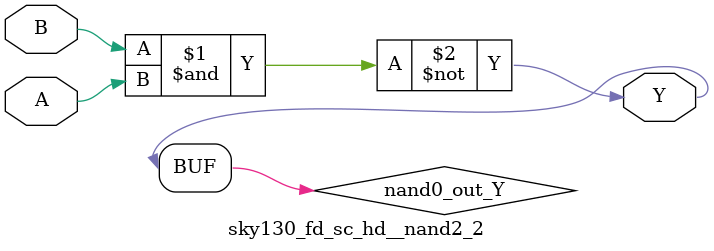
<source format=v>
/*
 * Copyright 2020 The SkyWater PDK Authors
 *
 * Licensed under the Apache License, Version 2.0 (the "License");
 * you may not use this file except in compliance with the License.
 * You may obtain a copy of the License at
 *
 *     https://www.apache.org/licenses/LICENSE-2.0
 *
 * Unless required by applicable law or agreed to in writing, software
 * distributed under the License is distributed on an "AS IS" BASIS,
 * WITHOUT WARRANTIES OR CONDITIONS OF ANY KIND, either express or implied.
 * See the License for the specific language governing permissions and
 * limitations under the License.
 *
 * SPDX-License-Identifier: Apache-2.0
*/


`ifndef SKY130_FD_SC_HD__NAND2_2_FUNCTIONAL_V
`define SKY130_FD_SC_HD__NAND2_2_FUNCTIONAL_V

/**
 * nand2: 2-input NAND.
 *
 * Verilog simulation functional model.
 */

`timescale 1ns / 1ps
`default_nettype none

`celldefine
module sky130_fd_sc_hd__nand2_2 (
    Y,
    A,
    B
);

    // Module ports
    output Y;
    input  A;
    input  B;

    // Local signals
    wire nand0_out_Y;

    //   Name   Output       Other arguments
    nand nand0 (nand0_out_Y, B, A           );
    buf  buf0  (Y          , nand0_out_Y    );

endmodule
`endcelldefine

`default_nettype wire
`endif  // SKY130_FD_SC_HD__NAND2_2_FUNCTIONAL_V

</source>
